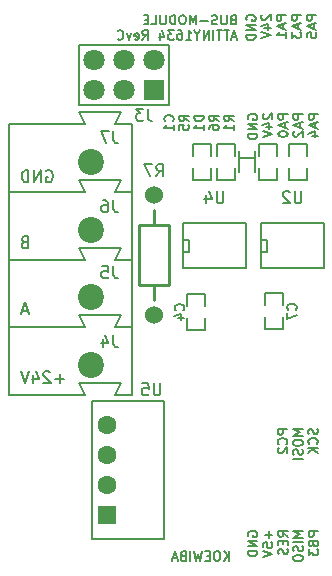
<source format=gbr>
G04 #@! TF.GenerationSoftware,KiCad,Pcbnew,6.0.11-2627ca5db0~126~ubuntu22.04.1*
G04 #@! TF.CreationDate,2023-12-06T10:38:33+01:00*
G04 #@! TF.ProjectId,bus-module_attiny1634,6275732d-6d6f-4647-956c-655f61747469,C*
G04 #@! TF.SameCoordinates,Original*
G04 #@! TF.FileFunction,Legend,Bot*
G04 #@! TF.FilePolarity,Positive*
%FSLAX46Y46*%
G04 Gerber Fmt 4.6, Leading zero omitted, Abs format (unit mm)*
G04 Created by KiCad (PCBNEW 6.0.11-2627ca5db0~126~ubuntu22.04.1) date 2023-12-06 10:38:33*
%MOMM*%
%LPD*%
G01*
G04 APERTURE LIST*
%ADD10C,0.150000*%
%ADD11C,0.254000*%
%ADD12C,2.200000*%
%ADD13R,1.800000X1.800000*%
%ADD14C,1.800000*%
%ADD15C,1.524000*%
%ADD16R,1.600000X1.600000*%
%ADD17C,1.600000*%
G04 APERTURE END LIST*
D10*
X103713904Y-112055976D02*
X102913904Y-112055976D01*
X102913904Y-112360738D01*
X102952000Y-112436928D01*
X102990095Y-112475023D01*
X103066285Y-112513119D01*
X103180571Y-112513119D01*
X103256761Y-112475023D01*
X103294857Y-112436928D01*
X103332952Y-112360738D01*
X103332952Y-112055976D01*
X103637714Y-113313119D02*
X103675809Y-113275023D01*
X103713904Y-113160738D01*
X103713904Y-113084547D01*
X103675809Y-112970261D01*
X103599619Y-112894071D01*
X103523428Y-112855976D01*
X103371047Y-112817880D01*
X103256761Y-112817880D01*
X103104380Y-112855976D01*
X103028190Y-112894071D01*
X102952000Y-112970261D01*
X102913904Y-113084547D01*
X102913904Y-113160738D01*
X102952000Y-113275023D01*
X102990095Y-113313119D01*
X102990095Y-113617880D02*
X102952000Y-113655976D01*
X102913904Y-113732166D01*
X102913904Y-113922642D01*
X102952000Y-113998833D01*
X102990095Y-114036928D01*
X103066285Y-114075023D01*
X103142476Y-114075023D01*
X103256761Y-114036928D01*
X103713904Y-113579785D01*
X103713904Y-114075023D01*
X105001904Y-112055976D02*
X104201904Y-112055976D01*
X104773333Y-112322642D01*
X104201904Y-112589309D01*
X105001904Y-112589309D01*
X104201904Y-113122642D02*
X104201904Y-113275023D01*
X104240000Y-113351214D01*
X104316190Y-113427404D01*
X104468571Y-113465500D01*
X104735238Y-113465500D01*
X104887619Y-113427404D01*
X104963809Y-113351214D01*
X105001904Y-113275023D01*
X105001904Y-113122642D01*
X104963809Y-113046452D01*
X104887619Y-112970261D01*
X104735238Y-112932166D01*
X104468571Y-112932166D01*
X104316190Y-112970261D01*
X104240000Y-113046452D01*
X104201904Y-113122642D01*
X104963809Y-113770261D02*
X105001904Y-113884547D01*
X105001904Y-114075023D01*
X104963809Y-114151214D01*
X104925714Y-114189309D01*
X104849523Y-114227404D01*
X104773333Y-114227404D01*
X104697142Y-114189309D01*
X104659047Y-114151214D01*
X104620952Y-114075023D01*
X104582857Y-113922642D01*
X104544761Y-113846452D01*
X104506666Y-113808357D01*
X104430476Y-113770261D01*
X104354285Y-113770261D01*
X104278095Y-113808357D01*
X104240000Y-113846452D01*
X104201904Y-113922642D01*
X104201904Y-114113119D01*
X104240000Y-114227404D01*
X105001904Y-114570261D02*
X104201904Y-114570261D01*
X106251809Y-112017880D02*
X106289904Y-112132166D01*
X106289904Y-112322642D01*
X106251809Y-112398833D01*
X106213714Y-112436928D01*
X106137523Y-112475023D01*
X106061333Y-112475023D01*
X105985142Y-112436928D01*
X105947047Y-112398833D01*
X105908952Y-112322642D01*
X105870857Y-112170261D01*
X105832761Y-112094071D01*
X105794666Y-112055976D01*
X105718476Y-112017880D01*
X105642285Y-112017880D01*
X105566095Y-112055976D01*
X105528000Y-112094071D01*
X105489904Y-112170261D01*
X105489904Y-112360738D01*
X105528000Y-112475023D01*
X106213714Y-113275023D02*
X106251809Y-113236928D01*
X106289904Y-113122642D01*
X106289904Y-113046452D01*
X106251809Y-112932166D01*
X106175619Y-112855976D01*
X106099428Y-112817880D01*
X105947047Y-112779785D01*
X105832761Y-112779785D01*
X105680380Y-112817880D01*
X105604190Y-112855976D01*
X105528000Y-112932166D01*
X105489904Y-113046452D01*
X105489904Y-113122642D01*
X105528000Y-113236928D01*
X105566095Y-113275023D01*
X106289904Y-113617880D02*
X105489904Y-113617880D01*
X106289904Y-114075023D02*
X105832761Y-113732166D01*
X105489904Y-114075023D02*
X105947047Y-113617880D01*
X100394000Y-121111023D02*
X100355904Y-121034833D01*
X100355904Y-120920547D01*
X100394000Y-120806261D01*
X100470190Y-120730071D01*
X100546380Y-120691976D01*
X100698761Y-120653880D01*
X100813047Y-120653880D01*
X100965428Y-120691976D01*
X101041619Y-120730071D01*
X101117809Y-120806261D01*
X101155904Y-120920547D01*
X101155904Y-120996738D01*
X101117809Y-121111023D01*
X101079714Y-121149119D01*
X100813047Y-121149119D01*
X100813047Y-120996738D01*
X101155904Y-121491976D02*
X100355904Y-121491976D01*
X101155904Y-121949119D01*
X100355904Y-121949119D01*
X101155904Y-122330071D02*
X100355904Y-122330071D01*
X100355904Y-122520547D01*
X100394000Y-122634833D01*
X100470190Y-122711023D01*
X100546380Y-122749119D01*
X100698761Y-122787214D01*
X100813047Y-122787214D01*
X100965428Y-122749119D01*
X101041619Y-122711023D01*
X101117809Y-122634833D01*
X101155904Y-122520547D01*
X101155904Y-122330071D01*
X102139142Y-120691976D02*
X102139142Y-121301500D01*
X102443904Y-120996738D02*
X101834380Y-120996738D01*
X101643904Y-122063404D02*
X101643904Y-121682452D01*
X102024857Y-121644357D01*
X101986761Y-121682452D01*
X101948666Y-121758642D01*
X101948666Y-121949119D01*
X101986761Y-122025309D01*
X102024857Y-122063404D01*
X102101047Y-122101500D01*
X102291523Y-122101500D01*
X102367714Y-122063404D01*
X102405809Y-122025309D01*
X102443904Y-121949119D01*
X102443904Y-121758642D01*
X102405809Y-121682452D01*
X102367714Y-121644357D01*
X101643904Y-122330071D02*
X102443904Y-122596738D01*
X101643904Y-122863404D01*
X103731904Y-121149119D02*
X103350952Y-120882452D01*
X103731904Y-120691976D02*
X102931904Y-120691976D01*
X102931904Y-120996738D01*
X102970000Y-121072928D01*
X103008095Y-121111023D01*
X103084285Y-121149119D01*
X103198571Y-121149119D01*
X103274761Y-121111023D01*
X103312857Y-121072928D01*
X103350952Y-120996738D01*
X103350952Y-120691976D01*
X103312857Y-121491976D02*
X103312857Y-121758642D01*
X103731904Y-121872928D02*
X103731904Y-121491976D01*
X102931904Y-121491976D01*
X102931904Y-121872928D01*
X103693809Y-122177690D02*
X103731904Y-122291976D01*
X103731904Y-122482452D01*
X103693809Y-122558642D01*
X103655714Y-122596738D01*
X103579523Y-122634833D01*
X103503333Y-122634833D01*
X103427142Y-122596738D01*
X103389047Y-122558642D01*
X103350952Y-122482452D01*
X103312857Y-122330071D01*
X103274761Y-122253880D01*
X103236666Y-122215785D01*
X103160476Y-122177690D01*
X103084285Y-122177690D01*
X103008095Y-122215785D01*
X102970000Y-122253880D01*
X102931904Y-122330071D01*
X102931904Y-122520547D01*
X102970000Y-122634833D01*
X105019904Y-120691976D02*
X104219904Y-120691976D01*
X104791333Y-120958642D01*
X104219904Y-121225309D01*
X105019904Y-121225309D01*
X105019904Y-121606261D02*
X104219904Y-121606261D01*
X104981809Y-121949119D02*
X105019904Y-122063404D01*
X105019904Y-122253880D01*
X104981809Y-122330071D01*
X104943714Y-122368166D01*
X104867523Y-122406261D01*
X104791333Y-122406261D01*
X104715142Y-122368166D01*
X104677047Y-122330071D01*
X104638952Y-122253880D01*
X104600857Y-122101500D01*
X104562761Y-122025309D01*
X104524666Y-121987214D01*
X104448476Y-121949119D01*
X104372285Y-121949119D01*
X104296095Y-121987214D01*
X104258000Y-122025309D01*
X104219904Y-122101500D01*
X104219904Y-122291976D01*
X104258000Y-122406261D01*
X104219904Y-122901500D02*
X104219904Y-123053880D01*
X104258000Y-123130071D01*
X104334190Y-123206261D01*
X104486571Y-123244357D01*
X104753238Y-123244357D01*
X104905619Y-123206261D01*
X104981809Y-123130071D01*
X105019904Y-123053880D01*
X105019904Y-122901500D01*
X104981809Y-122825309D01*
X104905619Y-122749119D01*
X104753238Y-122711023D01*
X104486571Y-122711023D01*
X104334190Y-122749119D01*
X104258000Y-122825309D01*
X104219904Y-122901500D01*
X106307904Y-120691976D02*
X105507904Y-120691976D01*
X105507904Y-120996738D01*
X105546000Y-121072928D01*
X105584095Y-121111023D01*
X105660285Y-121149119D01*
X105774571Y-121149119D01*
X105850761Y-121111023D01*
X105888857Y-121072928D01*
X105926952Y-120996738D01*
X105926952Y-120691976D01*
X105888857Y-121758642D02*
X105926952Y-121872928D01*
X105965047Y-121911023D01*
X106041238Y-121949119D01*
X106155523Y-121949119D01*
X106231714Y-121911023D01*
X106269809Y-121872928D01*
X106307904Y-121796738D01*
X106307904Y-121491976D01*
X105507904Y-121491976D01*
X105507904Y-121758642D01*
X105546000Y-121834833D01*
X105584095Y-121872928D01*
X105660285Y-121911023D01*
X105736476Y-121911023D01*
X105812666Y-121872928D01*
X105850761Y-121834833D01*
X105888857Y-121758642D01*
X105888857Y-121491976D01*
X105507904Y-122215785D02*
X105507904Y-122711023D01*
X105812666Y-122444357D01*
X105812666Y-122558642D01*
X105850761Y-122634833D01*
X105888857Y-122672928D01*
X105965047Y-122711023D01*
X106155523Y-122711023D01*
X106231714Y-122672928D01*
X106269809Y-122634833D01*
X106307904Y-122558642D01*
X106307904Y-122330071D01*
X106269809Y-122253880D01*
X106231714Y-122215785D01*
X81764095Y-102028666D02*
X81287904Y-102028666D01*
X81859333Y-102314380D02*
X81526000Y-101314380D01*
X81192666Y-102314380D01*
X100394000Y-85805023D02*
X100355904Y-85728833D01*
X100355904Y-85614547D01*
X100394000Y-85500261D01*
X100470190Y-85424071D01*
X100546380Y-85385976D01*
X100698761Y-85347880D01*
X100813047Y-85347880D01*
X100965428Y-85385976D01*
X101041619Y-85424071D01*
X101117809Y-85500261D01*
X101155904Y-85614547D01*
X101155904Y-85690738D01*
X101117809Y-85805023D01*
X101079714Y-85843119D01*
X100813047Y-85843119D01*
X100813047Y-85690738D01*
X101155904Y-86185976D02*
X100355904Y-86185976D01*
X101155904Y-86643119D01*
X100355904Y-86643119D01*
X101155904Y-87024071D02*
X100355904Y-87024071D01*
X100355904Y-87214547D01*
X100394000Y-87328833D01*
X100470190Y-87405023D01*
X100546380Y-87443119D01*
X100698761Y-87481214D01*
X100813047Y-87481214D01*
X100965428Y-87443119D01*
X101041619Y-87405023D01*
X101117809Y-87328833D01*
X101155904Y-87214547D01*
X101155904Y-87024071D01*
X101720095Y-85347880D02*
X101682000Y-85385976D01*
X101643904Y-85462166D01*
X101643904Y-85652642D01*
X101682000Y-85728833D01*
X101720095Y-85766928D01*
X101796285Y-85805023D01*
X101872476Y-85805023D01*
X101986761Y-85766928D01*
X102443904Y-85309785D01*
X102443904Y-85805023D01*
X101910571Y-86490738D02*
X102443904Y-86490738D01*
X101605809Y-86300261D02*
X102177238Y-86109785D01*
X102177238Y-86605023D01*
X101643904Y-86795500D02*
X102443904Y-87062166D01*
X101643904Y-87328833D01*
X103731904Y-85385976D02*
X102931904Y-85385976D01*
X102931904Y-85690738D01*
X102970000Y-85766928D01*
X103008095Y-85805023D01*
X103084285Y-85843119D01*
X103198571Y-85843119D01*
X103274761Y-85805023D01*
X103312857Y-85766928D01*
X103350952Y-85690738D01*
X103350952Y-85385976D01*
X103503333Y-86147880D02*
X103503333Y-86528833D01*
X103731904Y-86071690D02*
X102931904Y-86338357D01*
X103731904Y-86605023D01*
X102931904Y-87024071D02*
X102931904Y-87100261D01*
X102970000Y-87176452D01*
X103008095Y-87214547D01*
X103084285Y-87252642D01*
X103236666Y-87290738D01*
X103427142Y-87290738D01*
X103579523Y-87252642D01*
X103655714Y-87214547D01*
X103693809Y-87176452D01*
X103731904Y-87100261D01*
X103731904Y-87024071D01*
X103693809Y-86947880D01*
X103655714Y-86909785D01*
X103579523Y-86871690D01*
X103427142Y-86833595D01*
X103236666Y-86833595D01*
X103084285Y-86871690D01*
X103008095Y-86909785D01*
X102970000Y-86947880D01*
X102931904Y-87024071D01*
X105019904Y-85385976D02*
X104219904Y-85385976D01*
X104219904Y-85690738D01*
X104258000Y-85766928D01*
X104296095Y-85805023D01*
X104372285Y-85843119D01*
X104486571Y-85843119D01*
X104562761Y-85805023D01*
X104600857Y-85766928D01*
X104638952Y-85690738D01*
X104638952Y-85385976D01*
X104791333Y-86147880D02*
X104791333Y-86528833D01*
X105019904Y-86071690D02*
X104219904Y-86338357D01*
X105019904Y-86605023D01*
X104296095Y-86833595D02*
X104258000Y-86871690D01*
X104219904Y-86947880D01*
X104219904Y-87138357D01*
X104258000Y-87214547D01*
X104296095Y-87252642D01*
X104372285Y-87290738D01*
X104448476Y-87290738D01*
X104562761Y-87252642D01*
X105019904Y-86795500D01*
X105019904Y-87290738D01*
X106307904Y-85385976D02*
X105507904Y-85385976D01*
X105507904Y-85690738D01*
X105546000Y-85766928D01*
X105584095Y-85805023D01*
X105660285Y-85843119D01*
X105774571Y-85843119D01*
X105850761Y-85805023D01*
X105888857Y-85766928D01*
X105926952Y-85690738D01*
X105926952Y-85385976D01*
X106079333Y-86147880D02*
X106079333Y-86528833D01*
X106307904Y-86071690D02*
X105507904Y-86338357D01*
X106307904Y-86605023D01*
X105774571Y-87214547D02*
X106307904Y-87214547D01*
X105469809Y-87024071D02*
X106041238Y-86833595D01*
X106041238Y-87328833D01*
X84811904Y-107775428D02*
X84050000Y-107775428D01*
X84430952Y-108156380D02*
X84430952Y-107394476D01*
X83621428Y-107251619D02*
X83573809Y-107204000D01*
X83478571Y-107156380D01*
X83240476Y-107156380D01*
X83145238Y-107204000D01*
X83097619Y-107251619D01*
X83050000Y-107346857D01*
X83050000Y-107442095D01*
X83097619Y-107584952D01*
X83669047Y-108156380D01*
X83050000Y-108156380D01*
X82192857Y-107489714D02*
X82192857Y-108156380D01*
X82430952Y-107108761D02*
X82669047Y-107823047D01*
X82050000Y-107823047D01*
X81811904Y-107156380D02*
X81478571Y-108156380D01*
X81145238Y-107156380D01*
X100258000Y-77423023D02*
X100219904Y-77346833D01*
X100219904Y-77232547D01*
X100258000Y-77118261D01*
X100334190Y-77042071D01*
X100410380Y-77003976D01*
X100562761Y-76965880D01*
X100677047Y-76965880D01*
X100829428Y-77003976D01*
X100905619Y-77042071D01*
X100981809Y-77118261D01*
X101019904Y-77232547D01*
X101019904Y-77308738D01*
X100981809Y-77423023D01*
X100943714Y-77461119D01*
X100677047Y-77461119D01*
X100677047Y-77308738D01*
X101019904Y-77803976D02*
X100219904Y-77803976D01*
X101019904Y-78261119D01*
X100219904Y-78261119D01*
X101019904Y-78642071D02*
X100219904Y-78642071D01*
X100219904Y-78832547D01*
X100258000Y-78946833D01*
X100334190Y-79023023D01*
X100410380Y-79061119D01*
X100562761Y-79099214D01*
X100677047Y-79099214D01*
X100829428Y-79061119D01*
X100905619Y-79023023D01*
X100981809Y-78946833D01*
X101019904Y-78832547D01*
X101019904Y-78642071D01*
X101584095Y-76965880D02*
X101546000Y-77003976D01*
X101507904Y-77080166D01*
X101507904Y-77270642D01*
X101546000Y-77346833D01*
X101584095Y-77384928D01*
X101660285Y-77423023D01*
X101736476Y-77423023D01*
X101850761Y-77384928D01*
X102307904Y-76927785D01*
X102307904Y-77423023D01*
X101774571Y-78108738D02*
X102307904Y-78108738D01*
X101469809Y-77918261D02*
X102041238Y-77727785D01*
X102041238Y-78223023D01*
X101507904Y-78413500D02*
X102307904Y-78680166D01*
X101507904Y-78946833D01*
X103595904Y-77003976D02*
X102795904Y-77003976D01*
X102795904Y-77308738D01*
X102834000Y-77384928D01*
X102872095Y-77423023D01*
X102948285Y-77461119D01*
X103062571Y-77461119D01*
X103138761Y-77423023D01*
X103176857Y-77384928D01*
X103214952Y-77308738D01*
X103214952Y-77003976D01*
X103367333Y-77765880D02*
X103367333Y-78146833D01*
X103595904Y-77689690D02*
X102795904Y-77956357D01*
X103595904Y-78223023D01*
X103595904Y-78908738D02*
X103595904Y-78451595D01*
X103595904Y-78680166D02*
X102795904Y-78680166D01*
X102910190Y-78603976D01*
X102986380Y-78527785D01*
X103024476Y-78451595D01*
X104883904Y-77003976D02*
X104083904Y-77003976D01*
X104083904Y-77308738D01*
X104122000Y-77384928D01*
X104160095Y-77423023D01*
X104236285Y-77461119D01*
X104350571Y-77461119D01*
X104426761Y-77423023D01*
X104464857Y-77384928D01*
X104502952Y-77308738D01*
X104502952Y-77003976D01*
X104655333Y-77765880D02*
X104655333Y-78146833D01*
X104883904Y-77689690D02*
X104083904Y-77956357D01*
X104883904Y-78223023D01*
X104083904Y-78413500D02*
X104083904Y-78908738D01*
X104388666Y-78642071D01*
X104388666Y-78756357D01*
X104426761Y-78832547D01*
X104464857Y-78870642D01*
X104541047Y-78908738D01*
X104731523Y-78908738D01*
X104807714Y-78870642D01*
X104845809Y-78832547D01*
X104883904Y-78756357D01*
X104883904Y-78527785D01*
X104845809Y-78451595D01*
X104807714Y-78413500D01*
X106171904Y-77003976D02*
X105371904Y-77003976D01*
X105371904Y-77308738D01*
X105410000Y-77384928D01*
X105448095Y-77423023D01*
X105524285Y-77461119D01*
X105638571Y-77461119D01*
X105714761Y-77423023D01*
X105752857Y-77384928D01*
X105790952Y-77308738D01*
X105790952Y-77003976D01*
X105943333Y-77765880D02*
X105943333Y-78146833D01*
X106171904Y-77689690D02*
X105371904Y-77956357D01*
X106171904Y-78223023D01*
X105371904Y-78870642D02*
X105371904Y-78489690D01*
X105752857Y-78451595D01*
X105714761Y-78489690D01*
X105676666Y-78565880D01*
X105676666Y-78756357D01*
X105714761Y-78832547D01*
X105752857Y-78870642D01*
X105829047Y-78908738D01*
X106019523Y-78908738D01*
X106095714Y-78870642D01*
X106133809Y-78832547D01*
X106171904Y-78756357D01*
X106171904Y-78565880D01*
X106133809Y-78489690D01*
X106095714Y-78451595D01*
X81454571Y-96202571D02*
X81311714Y-96250190D01*
X81264095Y-96297809D01*
X81216476Y-96393047D01*
X81216476Y-96535904D01*
X81264095Y-96631142D01*
X81311714Y-96678761D01*
X81406952Y-96726380D01*
X81787904Y-96726380D01*
X81787904Y-95726380D01*
X81454571Y-95726380D01*
X81359333Y-95774000D01*
X81311714Y-95821619D01*
X81264095Y-95916857D01*
X81264095Y-96012095D01*
X81311714Y-96107333D01*
X81359333Y-96154952D01*
X81454571Y-96202571D01*
X81787904Y-96202571D01*
X99095357Y-77368857D02*
X98981071Y-77406952D01*
X98942976Y-77445047D01*
X98904880Y-77521238D01*
X98904880Y-77635523D01*
X98942976Y-77711714D01*
X98981071Y-77749809D01*
X99057261Y-77787904D01*
X99362023Y-77787904D01*
X99362023Y-76987904D01*
X99095357Y-76987904D01*
X99019166Y-77026000D01*
X98981071Y-77064095D01*
X98942976Y-77140285D01*
X98942976Y-77216476D01*
X98981071Y-77292666D01*
X99019166Y-77330761D01*
X99095357Y-77368857D01*
X99362023Y-77368857D01*
X98562023Y-76987904D02*
X98562023Y-77635523D01*
X98523928Y-77711714D01*
X98485833Y-77749809D01*
X98409642Y-77787904D01*
X98257261Y-77787904D01*
X98181071Y-77749809D01*
X98142976Y-77711714D01*
X98104880Y-77635523D01*
X98104880Y-76987904D01*
X97762023Y-77749809D02*
X97647738Y-77787904D01*
X97457261Y-77787904D01*
X97381071Y-77749809D01*
X97342976Y-77711714D01*
X97304880Y-77635523D01*
X97304880Y-77559333D01*
X97342976Y-77483142D01*
X97381071Y-77445047D01*
X97457261Y-77406952D01*
X97609642Y-77368857D01*
X97685833Y-77330761D01*
X97723928Y-77292666D01*
X97762023Y-77216476D01*
X97762023Y-77140285D01*
X97723928Y-77064095D01*
X97685833Y-77026000D01*
X97609642Y-76987904D01*
X97419166Y-76987904D01*
X97304880Y-77026000D01*
X96962023Y-77483142D02*
X96352500Y-77483142D01*
X95971547Y-77787904D02*
X95971547Y-76987904D01*
X95704880Y-77559333D01*
X95438214Y-76987904D01*
X95438214Y-77787904D01*
X94904880Y-76987904D02*
X94752500Y-76987904D01*
X94676309Y-77026000D01*
X94600119Y-77102190D01*
X94562023Y-77254571D01*
X94562023Y-77521238D01*
X94600119Y-77673619D01*
X94676309Y-77749809D01*
X94752500Y-77787904D01*
X94904880Y-77787904D01*
X94981071Y-77749809D01*
X95057261Y-77673619D01*
X95095357Y-77521238D01*
X95095357Y-77254571D01*
X95057261Y-77102190D01*
X94981071Y-77026000D01*
X94904880Y-76987904D01*
X94219166Y-77787904D02*
X94219166Y-76987904D01*
X94028690Y-76987904D01*
X93914404Y-77026000D01*
X93838214Y-77102190D01*
X93800119Y-77178380D01*
X93762023Y-77330761D01*
X93762023Y-77445047D01*
X93800119Y-77597428D01*
X93838214Y-77673619D01*
X93914404Y-77749809D01*
X94028690Y-77787904D01*
X94219166Y-77787904D01*
X93419166Y-76987904D02*
X93419166Y-77635523D01*
X93381071Y-77711714D01*
X93342976Y-77749809D01*
X93266785Y-77787904D01*
X93114404Y-77787904D01*
X93038214Y-77749809D01*
X93000119Y-77711714D01*
X92962023Y-77635523D01*
X92962023Y-76987904D01*
X92200119Y-77787904D02*
X92581071Y-77787904D01*
X92581071Y-76987904D01*
X91933452Y-77368857D02*
X91666785Y-77368857D01*
X91552500Y-77787904D02*
X91933452Y-77787904D01*
X91933452Y-76987904D01*
X91552500Y-76987904D01*
X99400119Y-78847333D02*
X99019166Y-78847333D01*
X99476309Y-79075904D02*
X99209642Y-78275904D01*
X98942976Y-79075904D01*
X98790595Y-78275904D02*
X98333452Y-78275904D01*
X98562023Y-79075904D02*
X98562023Y-78275904D01*
X98181071Y-78275904D02*
X97723928Y-78275904D01*
X97952500Y-79075904D02*
X97952500Y-78275904D01*
X97457261Y-79075904D02*
X97457261Y-78275904D01*
X97076309Y-79075904D02*
X97076309Y-78275904D01*
X96619166Y-79075904D01*
X96619166Y-78275904D01*
X96085833Y-78694952D02*
X96085833Y-79075904D01*
X96352500Y-78275904D02*
X96085833Y-78694952D01*
X95819166Y-78275904D01*
X95133452Y-79075904D02*
X95590595Y-79075904D01*
X95362023Y-79075904D02*
X95362023Y-78275904D01*
X95438214Y-78390190D01*
X95514404Y-78466380D01*
X95590595Y-78504476D01*
X94447738Y-78275904D02*
X94600119Y-78275904D01*
X94676309Y-78314000D01*
X94714404Y-78352095D01*
X94790595Y-78466380D01*
X94828690Y-78618761D01*
X94828690Y-78923523D01*
X94790595Y-78999714D01*
X94752500Y-79037809D01*
X94676309Y-79075904D01*
X94523928Y-79075904D01*
X94447738Y-79037809D01*
X94409642Y-78999714D01*
X94371547Y-78923523D01*
X94371547Y-78733047D01*
X94409642Y-78656857D01*
X94447738Y-78618761D01*
X94523928Y-78580666D01*
X94676309Y-78580666D01*
X94752500Y-78618761D01*
X94790595Y-78656857D01*
X94828690Y-78733047D01*
X94104880Y-78275904D02*
X93609642Y-78275904D01*
X93876309Y-78580666D01*
X93762023Y-78580666D01*
X93685833Y-78618761D01*
X93647738Y-78656857D01*
X93609642Y-78733047D01*
X93609642Y-78923523D01*
X93647738Y-78999714D01*
X93685833Y-79037809D01*
X93762023Y-79075904D01*
X93990595Y-79075904D01*
X94066785Y-79037809D01*
X94104880Y-78999714D01*
X92923928Y-78542571D02*
X92923928Y-79075904D01*
X93114404Y-78237809D02*
X93304880Y-78809238D01*
X92809642Y-78809238D01*
X91438214Y-79075904D02*
X91704880Y-78694952D01*
X91895357Y-79075904D02*
X91895357Y-78275904D01*
X91590595Y-78275904D01*
X91514404Y-78314000D01*
X91476309Y-78352095D01*
X91438214Y-78428285D01*
X91438214Y-78542571D01*
X91476309Y-78618761D01*
X91514404Y-78656857D01*
X91590595Y-78694952D01*
X91895357Y-78694952D01*
X90790595Y-79037809D02*
X90866785Y-79075904D01*
X91019166Y-79075904D01*
X91095357Y-79037809D01*
X91133452Y-78961619D01*
X91133452Y-78656857D01*
X91095357Y-78580666D01*
X91019166Y-78542571D01*
X90866785Y-78542571D01*
X90790595Y-78580666D01*
X90752500Y-78656857D01*
X90752500Y-78733047D01*
X91133452Y-78809238D01*
X90485833Y-78542571D02*
X90295357Y-79075904D01*
X90104880Y-78542571D01*
X89342976Y-78999714D02*
X89381071Y-79037809D01*
X89495357Y-79075904D01*
X89571547Y-79075904D01*
X89685833Y-79037809D01*
X89762023Y-78961619D01*
X89800119Y-78885428D01*
X89838214Y-78733047D01*
X89838214Y-78618761D01*
X89800119Y-78466380D01*
X89762023Y-78390190D01*
X89685833Y-78314000D01*
X89571547Y-78275904D01*
X89495357Y-78275904D01*
X89381071Y-78314000D01*
X89342976Y-78352095D01*
X83303904Y-90186000D02*
X83399142Y-90138380D01*
X83542000Y-90138380D01*
X83684857Y-90186000D01*
X83780095Y-90281238D01*
X83827714Y-90376476D01*
X83875333Y-90566952D01*
X83875333Y-90709809D01*
X83827714Y-90900285D01*
X83780095Y-90995523D01*
X83684857Y-91090761D01*
X83542000Y-91138380D01*
X83446761Y-91138380D01*
X83303904Y-91090761D01*
X83256285Y-91043142D01*
X83256285Y-90709809D01*
X83446761Y-90709809D01*
X82827714Y-91138380D02*
X82827714Y-90138380D01*
X82256285Y-91138380D01*
X82256285Y-90138380D01*
X81780095Y-91138380D02*
X81780095Y-90138380D01*
X81542000Y-90138380D01*
X81399142Y-90186000D01*
X81303904Y-90281238D01*
X81256285Y-90376476D01*
X81208666Y-90566952D01*
X81208666Y-90709809D01*
X81256285Y-90900285D01*
X81303904Y-90995523D01*
X81399142Y-91090761D01*
X81542000Y-91138380D01*
X81780095Y-91138380D01*
X98780952Y-123181904D02*
X98780952Y-122381904D01*
X98323809Y-123181904D02*
X98666666Y-122724761D01*
X98323809Y-122381904D02*
X98780952Y-122839047D01*
X97828571Y-122381904D02*
X97676190Y-122381904D01*
X97600000Y-122420000D01*
X97523809Y-122496190D01*
X97485714Y-122648571D01*
X97485714Y-122915238D01*
X97523809Y-123067619D01*
X97600000Y-123143809D01*
X97676190Y-123181904D01*
X97828571Y-123181904D01*
X97904761Y-123143809D01*
X97980952Y-123067619D01*
X98019047Y-122915238D01*
X98019047Y-122648571D01*
X97980952Y-122496190D01*
X97904761Y-122420000D01*
X97828571Y-122381904D01*
X97142857Y-122762857D02*
X96876190Y-122762857D01*
X96761904Y-123181904D02*
X97142857Y-123181904D01*
X97142857Y-122381904D01*
X96761904Y-122381904D01*
X96495238Y-122381904D02*
X96304761Y-123181904D01*
X96152380Y-122610476D01*
X96000000Y-123181904D01*
X95809523Y-122381904D01*
X95504761Y-123181904D02*
X95504761Y-122381904D01*
X94857142Y-122762857D02*
X94742857Y-122800952D01*
X94704761Y-122839047D01*
X94666666Y-122915238D01*
X94666666Y-123029523D01*
X94704761Y-123105714D01*
X94742857Y-123143809D01*
X94819047Y-123181904D01*
X95123809Y-123181904D01*
X95123809Y-122381904D01*
X94857142Y-122381904D01*
X94780952Y-122420000D01*
X94742857Y-122458095D01*
X94704761Y-122534285D01*
X94704761Y-122610476D01*
X94742857Y-122686666D01*
X94780952Y-122724761D01*
X94857142Y-122762857D01*
X95123809Y-122762857D01*
X94361904Y-122953333D02*
X93980952Y-122953333D01*
X94438095Y-123181904D02*
X94171428Y-122381904D01*
X93904761Y-123181904D01*
X88971333Y-92678380D02*
X88971333Y-93392666D01*
X89018952Y-93535523D01*
X89114190Y-93630761D01*
X89257047Y-93678380D01*
X89352285Y-93678380D01*
X88066571Y-92678380D02*
X88257047Y-92678380D01*
X88352285Y-92726000D01*
X88399904Y-92773619D01*
X88495142Y-92916476D01*
X88542761Y-93106952D01*
X88542761Y-93487904D01*
X88495142Y-93583142D01*
X88447523Y-93630761D01*
X88352285Y-93678380D01*
X88161809Y-93678380D01*
X88066571Y-93630761D01*
X88018952Y-93583142D01*
X87971333Y-93487904D01*
X87971333Y-93249809D01*
X88018952Y-93154571D01*
X88066571Y-93106952D01*
X88161809Y-93059333D01*
X88352285Y-93059333D01*
X88447523Y-93106952D01*
X88495142Y-93154571D01*
X88542761Y-93249809D01*
X88971333Y-98266380D02*
X88971333Y-98980666D01*
X89018952Y-99123523D01*
X89114190Y-99218761D01*
X89257047Y-99266380D01*
X89352285Y-99266380D01*
X88018952Y-98266380D02*
X88495142Y-98266380D01*
X88542761Y-98742571D01*
X88495142Y-98694952D01*
X88399904Y-98647333D01*
X88161809Y-98647333D01*
X88066571Y-98694952D01*
X88018952Y-98742571D01*
X87971333Y-98837809D01*
X87971333Y-99075904D01*
X88018952Y-99171142D01*
X88066571Y-99218761D01*
X88161809Y-99266380D01*
X88399904Y-99266380D01*
X88495142Y-99218761D01*
X88542761Y-99171142D01*
X88971333Y-104108380D02*
X88971333Y-104822666D01*
X89018952Y-104965523D01*
X89114190Y-105060761D01*
X89257047Y-105108380D01*
X89352285Y-105108380D01*
X88066571Y-104441714D02*
X88066571Y-105108380D01*
X88304666Y-104060761D02*
X88542761Y-104775047D01*
X87923714Y-104775047D01*
X91892333Y-84931380D02*
X91892333Y-85645666D01*
X91939952Y-85788523D01*
X92035190Y-85883761D01*
X92178047Y-85931380D01*
X92273285Y-85931380D01*
X91511380Y-84931380D02*
X90892333Y-84931380D01*
X91225666Y-85312333D01*
X91082809Y-85312333D01*
X90987571Y-85359952D01*
X90939952Y-85407571D01*
X90892333Y-85502809D01*
X90892333Y-85740904D01*
X90939952Y-85836142D01*
X90987571Y-85883761D01*
X91082809Y-85931380D01*
X91368523Y-85931380D01*
X91463761Y-85883761D01*
X91511380Y-85836142D01*
X94003714Y-85980666D02*
X94041809Y-85942571D01*
X94079904Y-85828285D01*
X94079904Y-85752095D01*
X94041809Y-85637809D01*
X93965619Y-85561619D01*
X93889428Y-85523523D01*
X93737047Y-85485428D01*
X93622761Y-85485428D01*
X93470380Y-85523523D01*
X93394190Y-85561619D01*
X93318000Y-85637809D01*
X93279904Y-85752095D01*
X93279904Y-85828285D01*
X93318000Y-85942571D01*
X93356095Y-85980666D01*
X94079904Y-86742571D02*
X94079904Y-86285428D01*
X94079904Y-86514000D02*
X93279904Y-86514000D01*
X93394190Y-86437809D01*
X93470380Y-86361619D01*
X93508476Y-86285428D01*
X99159904Y-85980666D02*
X98778952Y-85714000D01*
X99159904Y-85523523D02*
X98359904Y-85523523D01*
X98359904Y-85828285D01*
X98398000Y-85904476D01*
X98436095Y-85942571D01*
X98512285Y-85980666D01*
X98626571Y-85980666D01*
X98702761Y-85942571D01*
X98740857Y-85904476D01*
X98778952Y-85828285D01*
X98778952Y-85523523D01*
X99159904Y-86742571D02*
X99159904Y-86285428D01*
X99159904Y-86514000D02*
X98359904Y-86514000D01*
X98474190Y-86437809D01*
X98550380Y-86361619D01*
X98588476Y-86285428D01*
X95349904Y-85980666D02*
X94968952Y-85714000D01*
X95349904Y-85523523D02*
X94549904Y-85523523D01*
X94549904Y-85828285D01*
X94588000Y-85904476D01*
X94626095Y-85942571D01*
X94702285Y-85980666D01*
X94816571Y-85980666D01*
X94892761Y-85942571D01*
X94930857Y-85904476D01*
X94968952Y-85828285D01*
X94968952Y-85523523D01*
X94549904Y-86704476D02*
X94549904Y-86323523D01*
X94930857Y-86285428D01*
X94892761Y-86323523D01*
X94854666Y-86399714D01*
X94854666Y-86590190D01*
X94892761Y-86666380D01*
X94930857Y-86704476D01*
X95007047Y-86742571D01*
X95197523Y-86742571D01*
X95273714Y-86704476D01*
X95311809Y-86666380D01*
X95349904Y-86590190D01*
X95349904Y-86399714D01*
X95311809Y-86323523D01*
X95273714Y-86285428D01*
X97889904Y-85980666D02*
X97508952Y-85714000D01*
X97889904Y-85523523D02*
X97089904Y-85523523D01*
X97089904Y-85828285D01*
X97128000Y-85904476D01*
X97166095Y-85942571D01*
X97242285Y-85980666D01*
X97356571Y-85980666D01*
X97432761Y-85942571D01*
X97470857Y-85904476D01*
X97508952Y-85828285D01*
X97508952Y-85523523D01*
X97089904Y-86666380D02*
X97089904Y-86514000D01*
X97128000Y-86437809D01*
X97166095Y-86399714D01*
X97280380Y-86323523D01*
X97432761Y-86285428D01*
X97737523Y-86285428D01*
X97813714Y-86323523D01*
X97851809Y-86361619D01*
X97889904Y-86437809D01*
X97889904Y-86590190D01*
X97851809Y-86666380D01*
X97813714Y-86704476D01*
X97737523Y-86742571D01*
X97547047Y-86742571D01*
X97470857Y-86704476D01*
X97432761Y-86666380D01*
X97394666Y-86590190D01*
X97394666Y-86437809D01*
X97432761Y-86361619D01*
X97470857Y-86323523D01*
X97547047Y-86285428D01*
X92614666Y-90630380D02*
X92948000Y-90154190D01*
X93186095Y-90630380D02*
X93186095Y-89630380D01*
X92805142Y-89630380D01*
X92709904Y-89678000D01*
X92662285Y-89725619D01*
X92614666Y-89820857D01*
X92614666Y-89963714D01*
X92662285Y-90058952D01*
X92709904Y-90106571D01*
X92805142Y-90154190D01*
X93186095Y-90154190D01*
X92281333Y-89630380D02*
X91614666Y-89630380D01*
X92043238Y-90630380D01*
X98289904Y-91916380D02*
X98289904Y-92725904D01*
X98242285Y-92821142D01*
X98194666Y-92868761D01*
X98099428Y-92916380D01*
X97908952Y-92916380D01*
X97813714Y-92868761D01*
X97766095Y-92821142D01*
X97718476Y-92725904D01*
X97718476Y-91916380D01*
X96813714Y-92249714D02*
X96813714Y-92916380D01*
X97051809Y-91868761D02*
X97289904Y-92583047D01*
X96670857Y-92583047D01*
X94892714Y-101982666D02*
X94930809Y-101944571D01*
X94968904Y-101830285D01*
X94968904Y-101754095D01*
X94930809Y-101639809D01*
X94854619Y-101563619D01*
X94778428Y-101525523D01*
X94626047Y-101487428D01*
X94511761Y-101487428D01*
X94359380Y-101525523D01*
X94283190Y-101563619D01*
X94207000Y-101639809D01*
X94168904Y-101754095D01*
X94168904Y-101830285D01*
X94207000Y-101944571D01*
X94245095Y-101982666D01*
X94435571Y-102668380D02*
X94968904Y-102668380D01*
X94130809Y-102477904D02*
X94702238Y-102287428D01*
X94702238Y-102782666D01*
X104417714Y-101919166D02*
X104455809Y-101881071D01*
X104493904Y-101766785D01*
X104493904Y-101690595D01*
X104455809Y-101576309D01*
X104379619Y-101500119D01*
X104303428Y-101462023D01*
X104151047Y-101423928D01*
X104036761Y-101423928D01*
X103884380Y-101462023D01*
X103808190Y-101500119D01*
X103732000Y-101576309D01*
X103693904Y-101690595D01*
X103693904Y-101766785D01*
X103732000Y-101881071D01*
X103770095Y-101919166D01*
X103693904Y-102185833D02*
X103693904Y-102719166D01*
X104493904Y-102376309D01*
X88971333Y-86836380D02*
X88971333Y-87550666D01*
X89018952Y-87693523D01*
X89114190Y-87788761D01*
X89257047Y-87836380D01*
X89352285Y-87836380D01*
X88590380Y-86836380D02*
X87923714Y-86836380D01*
X88352285Y-87836380D01*
X92955904Y-108172380D02*
X92955904Y-108981904D01*
X92908285Y-109077142D01*
X92860666Y-109124761D01*
X92765428Y-109172380D01*
X92574952Y-109172380D01*
X92479714Y-109124761D01*
X92432095Y-109077142D01*
X92384476Y-108981904D01*
X92384476Y-108172380D01*
X91432095Y-108172380D02*
X91908285Y-108172380D01*
X91955904Y-108648571D01*
X91908285Y-108600952D01*
X91813047Y-108553333D01*
X91574952Y-108553333D01*
X91479714Y-108600952D01*
X91432095Y-108648571D01*
X91384476Y-108743809D01*
X91384476Y-108981904D01*
X91432095Y-109077142D01*
X91479714Y-109124761D01*
X91574952Y-109172380D01*
X91813047Y-109172380D01*
X91908285Y-109124761D01*
X91955904Y-109077142D01*
X104893904Y-91916380D02*
X104893904Y-92725904D01*
X104846285Y-92821142D01*
X104798666Y-92868761D01*
X104703428Y-92916380D01*
X104512952Y-92916380D01*
X104417714Y-92868761D01*
X104370095Y-92821142D01*
X104322476Y-92725904D01*
X104322476Y-91916380D01*
X103893904Y-92011619D02*
X103846285Y-91964000D01*
X103751047Y-91916380D01*
X103512952Y-91916380D01*
X103417714Y-91964000D01*
X103370095Y-92011619D01*
X103322476Y-92106857D01*
X103322476Y-92202095D01*
X103370095Y-92344952D01*
X103941523Y-92916380D01*
X103322476Y-92916380D01*
X96619904Y-85523523D02*
X95819904Y-85523523D01*
X95819904Y-85714000D01*
X95858000Y-85828285D01*
X95934190Y-85904476D01*
X96010380Y-85942571D01*
X96162761Y-85980666D01*
X96277047Y-85980666D01*
X96429428Y-85942571D01*
X96505619Y-85904476D01*
X96581809Y-85828285D01*
X96619904Y-85714000D01*
X96619904Y-85523523D01*
X96619904Y-86742571D02*
X96619904Y-86285428D01*
X96619904Y-86514000D02*
X95819904Y-86514000D01*
X95934190Y-86437809D01*
X96010380Y-86361619D01*
X96048476Y-86285428D01*
X86072600Y-96680400D02*
X86580600Y-97696400D01*
X89095200Y-97696400D02*
X89603200Y-96680400D01*
X90593800Y-97696400D02*
X90593800Y-91956000D01*
X90593800Y-91956000D02*
X89095200Y-91956000D01*
X80129000Y-97696400D02*
X86580600Y-97696400D01*
X89603200Y-96680400D02*
X86072600Y-96680400D01*
X80129000Y-91956000D02*
X86580600Y-91956000D01*
X89603200Y-90940000D02*
X86072600Y-90940000D01*
X86072600Y-90940000D02*
X86580600Y-91956000D01*
X90593800Y-97696400D02*
X89095200Y-97696400D01*
X89095200Y-91956000D02*
X89603200Y-90940000D01*
X80129000Y-91956000D02*
X80129000Y-97696400D01*
X80135200Y-97696400D02*
X80135200Y-103436800D01*
X90600000Y-103436800D02*
X89101400Y-103436800D01*
X90600000Y-103436800D02*
X90600000Y-97696400D01*
X89101400Y-103436800D02*
X89609400Y-102420800D01*
X89609400Y-102420800D02*
X86078800Y-102420800D01*
X86078800Y-102420800D02*
X86586800Y-103436800D01*
X89609400Y-96680400D02*
X86078800Y-96680400D01*
X90600000Y-97696400D02*
X89101400Y-97696400D01*
X80135200Y-97696400D02*
X86586800Y-97696400D01*
X86078800Y-96680400D02*
X86586800Y-97696400D01*
X80135200Y-103436800D02*
X86586800Y-103436800D01*
X89101400Y-97696400D02*
X89609400Y-96680400D01*
X89095200Y-109177200D02*
X89603200Y-108161200D01*
X80129000Y-103436800D02*
X86580600Y-103436800D01*
X89603200Y-108161200D02*
X86072600Y-108161200D01*
X89603200Y-102420800D02*
X86072600Y-102420800D01*
X89095200Y-103436800D02*
X89603200Y-102420800D01*
X80129000Y-103436800D02*
X80129000Y-109177200D01*
X80129000Y-109177200D02*
X86580600Y-109177200D01*
X90593800Y-103436800D02*
X89095200Y-103436800D01*
X86072600Y-102420800D02*
X86580600Y-103436800D01*
X86072600Y-108161200D02*
X86580600Y-109177200D01*
X90593800Y-109177200D02*
X90593800Y-103436800D01*
X90593800Y-109177200D02*
X89095200Y-109177200D01*
X93718000Y-79510000D02*
X86098000Y-79510000D01*
X93718000Y-84590000D02*
X93718000Y-79510000D01*
X86098000Y-84590000D02*
X93718000Y-84590000D01*
X86098000Y-79510000D02*
X86098000Y-84590000D01*
X95750000Y-89924000D02*
X95750000Y-90940000D01*
X97274000Y-87892000D02*
X95750000Y-87892000D01*
X97274000Y-88908000D02*
X97274000Y-87892000D01*
X95750000Y-90940000D02*
X97274000Y-90940000D01*
X97274000Y-90940000D02*
X97274000Y-89924000D01*
X95750000Y-87892000D02*
X95750000Y-88908000D01*
X103878000Y-89924000D02*
X103878000Y-90940000D01*
X105402000Y-88908000D02*
X105402000Y-87892000D01*
X105402000Y-87892000D02*
X103878000Y-87892000D01*
X103878000Y-87892000D02*
X103878000Y-88908000D01*
X105402000Y-90940000D02*
X105402000Y-89924000D01*
X103878000Y-90940000D02*
X105402000Y-90940000D01*
X99306000Y-88908000D02*
X99306000Y-87892000D01*
X99306000Y-87892000D02*
X97782000Y-87892000D01*
X97782000Y-89924000D02*
X97782000Y-90940000D01*
X97782000Y-87892000D02*
X97782000Y-88908000D01*
X97782000Y-90940000D02*
X99306000Y-90940000D01*
X99306000Y-90940000D02*
X99306000Y-89924000D01*
X101338000Y-90940000D02*
X102862000Y-90940000D01*
X102862000Y-87892000D02*
X101338000Y-87892000D01*
X102862000Y-88908000D02*
X102862000Y-87892000D01*
X102862000Y-90940000D02*
X102862000Y-89924000D01*
X101338000Y-89924000D02*
X101338000Y-90940000D01*
X101338000Y-87892000D02*
X101338000Y-88908000D01*
D11*
X92448000Y-94750000D02*
X92448000Y-93480000D01*
X93718000Y-99830000D02*
X93718000Y-94750000D01*
X91178000Y-94750000D02*
X91178000Y-99830000D01*
X91178000Y-99830000D02*
X93718000Y-99830000D01*
X93718000Y-94750000D02*
X91178000Y-94750000D01*
X93718000Y-94750000D02*
X92448000Y-94750000D01*
X92448000Y-99830000D02*
X92448000Y-101100000D01*
D10*
X94861000Y-94623000D02*
X100195000Y-94623000D01*
X94861000Y-97036000D02*
X95369000Y-97036000D01*
X100195000Y-98433000D02*
X100195000Y-94623000D01*
X94861000Y-98433000D02*
X94861000Y-94750000D01*
X95369000Y-97036000D02*
X95369000Y-96020000D01*
X94861000Y-94750000D02*
X94861000Y-94623000D01*
X95369000Y-96020000D02*
X94861000Y-96020000D01*
X100195000Y-98433000D02*
X94861000Y-98433000D01*
X95242000Y-100592000D02*
X95242000Y-101608000D01*
X96766000Y-101608000D02*
X96766000Y-100592000D01*
X95242000Y-103640000D02*
X96766000Y-103640000D01*
X96766000Y-103640000D02*
X96766000Y-102624000D01*
X95242000Y-102624000D02*
X95242000Y-103640000D01*
X96766000Y-100592000D02*
X95242000Y-100592000D01*
X101846000Y-103576500D02*
X103370000Y-103576500D01*
X103370000Y-103576500D02*
X103370000Y-102560500D01*
X101846000Y-100528500D02*
X101846000Y-101544500D01*
X101846000Y-102560500D02*
X101846000Y-103576500D01*
X103370000Y-100528500D02*
X101846000Y-100528500D01*
X103370000Y-101544500D02*
X103370000Y-100528500D01*
X89095200Y-86215600D02*
X89603200Y-85199600D01*
X80129000Y-91956000D02*
X86580600Y-91956000D01*
X80129000Y-86215600D02*
X86580600Y-86215600D01*
X89603200Y-85199600D02*
X86072600Y-85199600D01*
X90593800Y-91956000D02*
X89095200Y-91956000D01*
X89603200Y-90940000D02*
X86072600Y-90940000D01*
X89095200Y-91956000D02*
X89603200Y-90940000D01*
X80129000Y-86215600D02*
X80129000Y-91956000D01*
X90593800Y-91956000D02*
X90593800Y-86215600D01*
X86072600Y-90940000D02*
X86580600Y-91956000D01*
X90593800Y-86215600D02*
X89095200Y-86215600D01*
X86072600Y-85199600D02*
X86580600Y-86215600D01*
X87164800Y-121318400D02*
X87164800Y-109634400D01*
X93260800Y-109634400D02*
X93260800Y-121318400D01*
X87164800Y-109634400D02*
X93260800Y-109634400D01*
X93260800Y-121318400D02*
X87164800Y-121318400D01*
X101465000Y-94623000D02*
X106799000Y-94623000D01*
X106799000Y-98433000D02*
X106799000Y-94623000D01*
X101465000Y-98433000D02*
X101465000Y-94750000D01*
X101973000Y-96020000D02*
X101465000Y-96020000D01*
X101465000Y-97036000D02*
X101973000Y-97036000D01*
X101973000Y-97036000D02*
X101973000Y-96020000D01*
X106799000Y-98433000D02*
X101465000Y-98433000D01*
X101465000Y-94750000D02*
X101465000Y-94623000D01*
X99646360Y-88516840D02*
X99646360Y-90315160D01*
X100997640Y-89065480D02*
X99646360Y-89065480D01*
X100997640Y-90315160D02*
X100997640Y-88516840D01*
D12*
X87114000Y-95156400D03*
X87120200Y-100896800D03*
X87114000Y-106637200D03*
D13*
X92448000Y-83320000D03*
D14*
X92448000Y-80780000D03*
X89908000Y-83320000D03*
X89908000Y-80780000D03*
X87368000Y-83320000D03*
X87368000Y-80780000D03*
D15*
X92448000Y-102370000D03*
X92448000Y-92210000D03*
D12*
X87114000Y-89416000D03*
D16*
X88434800Y-119286400D03*
D17*
X88434800Y-116746400D03*
X88434800Y-114206400D03*
X88434800Y-111666400D03*
M02*

</source>
